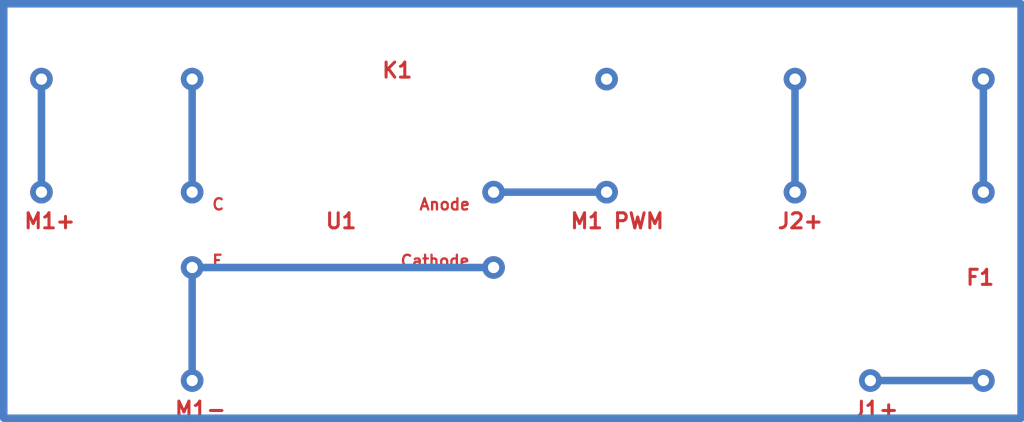
<source format=kicad_pcb>
(kicad_pcb
	(version 20241229)
	(generator "pcbnew")
	(generator_version "9.0")
	(general
		(thickness 1.6)
		(legacy_teardrops no)
	)
	(paper "A4")
	(layers
		(0 "F.Cu" signal)
		(2 "B.Cu" signal)
		(9 "F.Adhes" user "F.Adhesive")
		(11 "B.Adhes" user "B.Adhesive")
		(13 "F.Paste" user)
		(15 "B.Paste" user)
		(5 "F.SilkS" user "F.Silkscreen")
		(7 "B.SilkS" user "B.Silkscreen")
		(1 "F.Mask" user)
		(3 "B.Mask" user)
		(17 "Dwgs.User" user "User.Drawings")
		(19 "Cmts.User" user "User.Comments")
		(21 "Eco1.User" user "User.Eco1")
		(23 "Eco2.User" user "User.Eco2")
		(25 "Edge.Cuts" user)
		(27 "Margin" user)
		(31 "F.CrtYd" user "F.Courtyard")
		(29 "B.CrtYd" user "B.Courtyard")
		(35 "F.Fab" user)
		(33 "B.Fab" user)
		(39 "User.1" user)
		(41 "User.2" user)
		(43 "User.3" user)
		(45 "User.4" user)
	)
	(setup
		(pad_to_mask_clearance 0)
		(allow_soldermask_bridges_in_footprints no)
		(tenting front back)
		(pcbplotparams
			(layerselection 0x00000000_00000000_55555555_5755f5ff)
			(plot_on_all_layers_selection 0x00000000_00000000_00000000_00000000)
			(disableapertmacros no)
			(usegerberextensions no)
			(usegerberattributes yes)
			(usegerberadvancedattributes yes)
			(creategerberjobfile yes)
			(dashed_line_dash_ratio 12.000000)
			(dashed_line_gap_ratio 3.000000)
			(svgprecision 4)
			(plotframeref no)
			(mode 1)
			(useauxorigin no)
			(hpglpennumber 1)
			(hpglpenspeed 20)
			(hpglpendiameter 15.000000)
			(pdf_front_fp_property_popups yes)
			(pdf_back_fp_property_popups yes)
			(pdf_metadata yes)
			(pdf_single_document no)
			(dxfpolygonmode yes)
			(dxfimperialunits yes)
			(dxfusepcbnewfont yes)
			(psnegative no)
			(psa4output no)
			(plot_black_and_white yes)
			(sketchpadsonfab no)
			(plotpadnumbers no)
			(hidednponfab no)
			(sketchdnponfab yes)
			(crossoutdnponfab yes)
			(subtractmaskfromsilk no)
			(outputformat 1)
			(mirror no)
			(drillshape 1)
			(scaleselection 1)
			(outputdirectory "")
		)
	)
	(net 0 "")
	(gr_rect
		(start 27 22)
		(end 54 33)
		(stroke
			(width 0.2)
			(type default)
		)
		(fill no)
		(layer "B.Cu")
		(uuid "1c97c4ed-db27-41b7-a13b-ddb73bb2190c")
	)
	(gr_line
		(start 53 32)
		(end 50 32)
		(stroke
			(width 0.2)
			(type default)
		)
		(layer "B.Cu")
		(uuid "23790248-35a5-4939-a21c-fb4a8ecac3c9")
	)
	(gr_line
		(start 43 27)
		(end 40 27)
		(stroke
			(width 0.2)
			(type solid)
		)
		(layer "B.Cu")
		(uuid "6317fd84-571b-46ce-ad34-9da7ff0cb16d")
	)
	(gr_line
		(start 53 24)
		(end 53 27)
		(stroke
			(width 0.2)
			(type default)
		)
		(layer "B.Cu")
		(uuid "7949e9e0-bb58-414e-ab88-1345e328f79a")
	)
	(gr_line
		(start 32 27)
		(end 32 24)
		(stroke
			(width 0.2)
			(type solid)
		)
		(layer "B.Cu")
		(uuid "8e8d4659-b9be-457d-86b7-bd6f8b79bef9")
	)
	(gr_line
		(start 32 29)
		(end 40 29)
		(stroke
			(width 0.2)
			(type solid)
		)
		(layer "B.Cu")
		(uuid "9dfd6d98-af43-4b94-9c66-024b597b3f8c")
	)
	(gr_line
		(start 28 24)
		(end 28 27)
		(stroke
			(width 0.2)
			(type solid)
		)
		(layer "B.Cu")
		(uuid "a0f947e1-d0e0-4c18-92b9-8d720614dc10")
	)
	(gr_line
		(start 32 29)
		(end 32 32)
		(stroke
			(width 0.2)
			(type default)
		)
		(layer "B.Cu")
		(uuid "c6cac6a8-1e06-4946-aa91-d8c34cb0bdb8")
	)
	(gr_line
		(start 48 24)
		(end 48 27)
		(stroke
			(width 0.2)
			(type solid)
		)
		(layer "B.Cu")
		(uuid "d2ce7c95-2f22-41d8-b84d-7c4779b3c0dc")
	)
	(gr_text "M1 PWM"
		(at 42 28 -0)
		(layer "F.Cu")
		(uuid "16fd9f4f-ef54-4915-9d82-baab923b4218")
		(effects
			(font
				(size 0.4 0.4)
				(thickness 0.08)
				(bold yes)
			)
			(justify left bottom)
		)
	)
	(gr_text "M1+"
		(at 27.5 28 -0)
		(layer "F.Cu")
		(uuid "1b5d58a5-caba-4e48-93eb-934d0f7707a2")
		(effects
			(font
				(size 0.4 0.4)
				(thickness 0.08)
				(bold yes)
			)
			(justify left bottom)
		)
	)
	(gr_text "M1-"
		(at 31.5 33 -0)
		(layer "F.Cu")
		(uuid "2195303f-8f9a-4042-bb8a-98e73742feea")
		(effects
			(font
				(size 0.4 0.4)
				(thickness 0.08)
				(bold yes)
			)
			(justify left bottom)
		)
	)
	(gr_text "U1"
		(at 35.5 28 -0)
		(layer "F.Cu")
		(uuid "375e2d0f-10b0-4c7c-9858-1d18574d141b")
		(effects
			(font
				(size 0.4 0.4)
				(thickness 0.08)
				(bold yes)
			)
			(justify left bottom)
		)
	)
	(gr_text "E"
		(at 32.5 29 0)
		(layer "F.Cu")
		(uuid "4db52fd2-0d2a-424a-911f-c962101bc738")
		(effects
			(font
				(size 0.3 0.3)
				(thickness 0.06)
				(bold yes)
			)
			(justify left bottom)
		)
	)
	(gr_text "F1"
		(at 52.5 29.5 -0)
		(layer "F.Cu")
		(uuid "7674df82-bc61-4a44-9d9b-342959217217")
		(effects
			(font
				(size 0.4 0.4)
				(thickness 0.08)
				(bold yes)
			)
			(justify left bottom)
		)
	)
	(gr_text "C"
		(at 32.5 27.5 0)
		(layer "F.Cu")
		(uuid "79ad1cdf-ebc2-4140-afee-c57eac0ee201")
		(effects
			(font
				(size 0.3 0.3)
				(thickness 0.06)
				(bold yes)
			)
			(justify left bottom)
		)
	)
	(gr_text "Anode"
		(at 38 27.5 0)
		(layer "F.Cu")
		(uuid "851b2df7-5886-48f7-b4dd-58a8c73564f5")
		(effects
			(font
				(size 0.3 0.3)
				(thickness 0.06)
				(bold yes)
			)
			(justify left bottom)
		)
	)
	(gr_text "J2+"
		(at 47.5 28 0)
		(layer "F.Cu")
		(uuid "859a68c9-3674-4c5c-821f-45de53878243")
		(effects
			(font
				(size 0.4 0.4)
				(thickness 0.08)
				(bold yes)
			)
			(justify left bottom)
		)
	)
	(gr_text "J1+"
		(at 49.5 33 0)
		(layer "F.Cu")
		(uuid "acf2fc1b-7ff4-43f2-b194-6e264bdd840d")
		(effects
			(font
				(size 0.4 0.4)
				(thickness 0.08)
				(bold yes)
			)
			(justify left bottom)
		)
	)
	(gr_text "K1"
		(at 37 24 -0)
		(layer "F.Cu")
		(uuid "cb92f49f-1efa-4d98-8597-7761437b27ec")
		(effects
			(font
				(size 0.4 0.4)
				(thickness 0.08)
				(bold yes)
			)
			(justify left bottom)
		)
	)
	(gr_text "Cathode"
		(at 37.5 29 0)
		(layer "F.Cu")
		(uuid "e34b9318-32bb-4976-9440-47e89133832b")
		(effects
			(font
				(size 0.3 0.3)
				(thickness 0.06)
				(bold yes)
			)
			(justify left bottom)
		)
	)
	(via
		(at 48 27)
		(size 0.6)
		(drill 0.3)
		(layers "F.Cu" "B.Cu")
		(net 0)
		(uuid "05edd4f1-9a3e-4ff5-9753-bc97e4eeacb4")
	)
	(via
		(at 43 27)
		(size 0.6)
		(drill 0.3)
		(layers "F.Cu" "B.Cu")
		(net 0)
		(uuid "0e2b2130-e2d5-432a-b10e-52100c99be59")
	)
	(via
		(at 40 29)
		(size 0.6)
		(drill 0.3)
		(layers "F.Cu" "B.Cu")
		(net 0)
		(uuid "14691fee-9cff-4129-8dbb-9759dca165ac")
	)
	(via
		(at 48 24)
		(size 0.6)
		(drill 0.3)
		(layers "F.Cu" "B.Cu")
		(net 0)
		(uuid "1b7d2de2-ac72-43bd-8f1e-24d5a15d6189")
	)
	(via
		(at 32 32)
		(size 0.6)
		(drill 0.3)
		(layers "F.Cu" "B.Cu")
		(net 0)
		(uuid "1dc5968c-0ddf-408b-90a9-a1b2da984e40")
	)
	(via
		(at 53 27)
		(size 0.6)
		(drill 0.3)
		(layers "F.Cu" "B.Cu")
		(net 0)
		(uuid "47634514-dbf6-4904-8f44-543dfcb6acbe")
	)
	(via
		(at 53 24)
		(size 0.6)
		(drill 0.3)
		(layers "F.Cu" "B.Cu")
		(net 0)
		(uuid "584e4163-35c5-42c0-a4d5-a98e63fb6c43")
	)
	(via
		(at 32 27)
		(size 0.6)
		(drill 0.3)
		(layers "F.Cu" "B.Cu")
		(net 0)
		(uuid "6bd56ee4-8d68-4422-94f6-835872c77375")
	)
	(via
		(at 28 27)
		(size 0.6)
		(drill 0.3)
		(layers "F.Cu" "B.Cu")
		(net 0)
		(uuid "864fa1a2-3432-42e8-8ed5-ebe95d6a9dde")
	)
	(via
		(at 50 32)
		(size 0.6)
		(drill 0.3)
		(layers "F.Cu" "B.Cu")
		(net 0)
		(uuid "88286dbb-fdaa-4208-838f-3f056178b81e")
	)
	(via
		(at 28 24)
		(size 0.6)
		(drill 0.3)
		(layers "F.Cu" "B.Cu")
		(net 0)
		(uuid "99e18350-8f32-41ff-849d-b5cd1b9ab32f")
	)
	(via
		(at 40 27)
		(size 0.6)
		(drill 0.3)
		(layers "F.Cu" "B.Cu")
		(net 0)
		(uuid "a116fdea-928d-4414-b2e1-ff6cfae24772")
	)
	(via
		(at 53 32)
		(size 0.6)
		(drill 0.3)
		(layers "F.Cu" "B.Cu")
		(net 0)
		(uuid "a1d710c5-e41a-49fc-8a2e-29af12eb0368")
	)
	(via
		(at 32 29)
		(size 0.6)
		(drill 0.3)
		(layers "F.Cu" "B.Cu")
		(net 0)
		(uuid "df622351-5126-456c-a80a-a1367e2d1188")
	)
	(via
		(at 43 24)
		(size 0.6)
		(drill 0.3)
		(layers "F.Cu" "B.Cu")
		(net 0)
		(uuid "f1490472-290c-4486-9fe9-4d3e34763a99")
	)
	(via
		(at 32 24)
		(size 0.6)
		(drill 0.3)
		(layers "F.Cu" "B.Cu")
		(net 0)
		(uuid "fecedba5-fa10-4596-8da2-d1c5f1787ca7")
	)
	(zone
		(net 0)
		(net_name "")
		(layer "F.Cu")
		(uuid "18e00a88-2a2c-4093-b48a-d28557081ffb")
		(name "F1")
		(hatch edge 0.5)
		(connect_pads
			(clearance 0)
		)
		(min_thickness 0.25)
		(filled_areas_thickness no)
		(keepout
			(tracks not_allowed)
			(vias not_allowed)
			(pads not_allowed)
			(copperpour allowed)
			(footprints allowed)
		)
		(placement
			(enabled no)
			(sheetname "")
		)
		(fill
			(thermal_gap 0.5)
			(thermal_bridge_width 0.5)
		)
		(polygon
			(pts
				(xy 54 26.5) (xy 52 26.5) (xy 52 32.5) (xy 54 32.5)
			)
		)
	)
	(zone
		(net 0)
		(net_name "")
		(layer "F.Cu")
		(uuid "3240746a-f62f-4bcf-9d54-c9b2585e72f5")
		(name "XT60-F")
		(hatch edge 0.5)
		(connect_pads
			(clearance 0)
		)
		(min_thickness 0.25)
		(filled_areas_thickness no)
		(keepout
			(tracks not_allowed)
			(vias not_allowed)
			(pads not_allowed)
			(copperpour allowed)
			(footprints allowed)
		)
		(placement
			(enabled no)
			(sheetname "")
		)
		(fill
			(thermal_gap 0.5)
			(thermal_bridge_width 0.5)
		)
		(polygon
			(pts
				(xy 49 26) (xy 49 28) (xy 47 28) (xy 47 26)
			)
		)
	)
	(zone
		(net 0)
		(net_name "")
		(layer "F.Cu")
		(uuid "aaf96f1c-c5fa-4df8-897c-82c82b757461")
		(name "U1")
		(hatch edge 0.5)
		(connect_pads
			(clearance 0)
		)
		(min_thickness 0.25)
		(filled_areas_thickness no)
		(keepout
			(tracks not_allowed)
			(vias not_allowed)
			(pads not_allowed)
			(copperpour allowed)
			(footprints allowed)
		)
		(placement
			(enabled no)
			(sheetname "")
		)
		(fill
			(thermal_gap 0.5)
			(thermal_bridge_width 0.5)
		)
		(polygon
			(pts
				(xy 40.5 26.5) (xy 40.5 29.5) (xy 31.5 29.5) (xy 31.5 26.5)
			)
		)
	)
	(zone
		(net 0)
		(net_name "")
		(layer "F.Cu")
		(uuid "b72200a2-a78f-4dd9-8745-1ea5a2e05fa2")
		(name "XT60-M")
		(hatch edge 0.5)
		(connect_pads
			(clearance 0)
		)
		(min_thickness 0.25)
		(filled_areas_thickness no)
		(keepout
			(tracks not_allowed)
			(vias not_allowed)
			(pads not_allowed)
			(copperpour allowed)
			(footprints allowed)
		)
		(placement
			(enabled no)
			(sheetname "")
		)
		(fill
			(thermal_gap 0.5)
			(thermal_bridge_width 0.5)
		)
		(polygon
			(pts
				(xy 49 31) (xy 51 31) (xy 51 33) (xy 49 33)
			)
		)
	)
	(zone
		(net 0)
		(net_name "")
		(layer "F.Cu")
		(uuid "c4f2ba92-3ca1-47cc-a65c-2a03cd833947")
		(hatch edge 0.5)
		(connect_pads
			(clearance 0)
		)
		(min_thickness 0.25)
		(filled_areas_thickness no)
		(keepout
			(tracks not_allowed)
			(vias not_allowed)
			(pads not_allowed)
			(copperpour allowed)
			(footprints allowed)
		)
		(placement
			(enabled no)
			(sheetname "")
		)
		(fill
			(thermal_gap 0.5)
			(thermal_bridge_width 0.5)
		)
		(polygon
			(pts
				(xy 29 28) (xy 27 28) (xy 27 26) (xy 29 26)
			)
		)
	)
	(zone
		(net 0)
		(net_name "")
		(layer "F.Cu")
		(uuid "fc6cf37a-ae20-4f5f-b4b0-7fce00b73e17")
		(name "K1")
		(hatch edge 0.5)
		(connect_pads
			(clearance 0)
		)
		(min_thickness 0.25)
		(filled_areas_thickness no)
		(keepout
			(tracks not_allowed)
			(vias not_allowed)
			(pads not_allowed)
			(copperpour allowed)
			(footprints allowed)
		)
		(placement
			(enabled no)
			(sheetname "")
		)
		(fill
			(thermal_gap 0.5)
			(thermal_bridge_width 0.5)
		)
		(polygon
			(pts
				(xy 27.5 23) (xy 53.5 23) (xy 53.5 25) (xy 27.5 25)
			)
		)
	)
	(zone
		(net 0)
		(net_name "")
		(layer "F.Cu")
		(uuid "fdaa705b-2fef-4d02-af45-607a9ac31e67")
		(hatch edge 0.5)
		(connect_pads
			(clearance 0)
		)
		(min_thickness 0.25)
		(filled_areas_thickness no)
		(keepout
			(tracks not_allowed)
			(vias not_allowed)
			(pads not_allowed)
			(copperpour allowed)
			(footprints allowed)
		)
		(placement
			(enabled no)
			(sheetname "")
		)
		(fill
			(thermal_gap 0.5)
			(thermal_bridge_width 0.5)
		)
		(polygon
			(pts
				(xy 44 26) (xy 44 28) (xy 42 28) (xy 42 26)
			)
		)
	)
	(zone
		(net 0)
		(net_name "")
		(layer "F.Cu")
		(uuid "fdfc50c2-ecf5-43ab-be6b-e7e393805f42")
		(hatch edge 0.5)
		(connect_pads
			(clearance 0)
		)
		(min_thickness 0.25)
		(filled_areas_thickness no)
		(keepout
			(tracks not_allowed)
			(vias not_allowed)
			(pads not_allowed)
			(copperpour allowed)
			(footprints allowed)
		)
		(placement
			(enabled no)
			(sheetname "")
		)
		(fill
			(thermal_gap 0.5)
			(thermal_bridge_width 0.5)
		)
		(polygon
			(pts
				(xy 33 33) (xy 31 33) (xy 31 31) (xy 33 31)
			)
		)
	)
	(embedded_fonts no)
)

</source>
